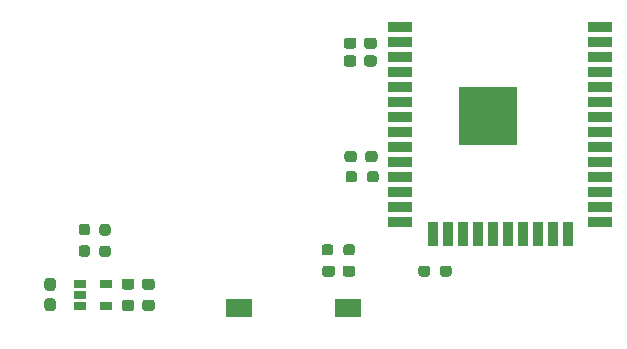
<source format=gbr>
%TF.GenerationSoftware,KiCad,Pcbnew,5.1.10*%
%TF.CreationDate,2021-06-08T01:23:06+10:00*%
%TF.ProjectId,mail-to-telegram,6d61696c-2d74-46f2-9d74-656c65677261,v1.0*%
%TF.SameCoordinates,Original*%
%TF.FileFunction,Paste,Top*%
%TF.FilePolarity,Positive*%
%FSLAX46Y46*%
G04 Gerber Fmt 4.6, Leading zero omitted, Abs format (unit mm)*
G04 Created by KiCad (PCBNEW 5.1.10) date 2021-06-08 01:23:06*
%MOMM*%
%LPD*%
G01*
G04 APERTURE LIST*
%ADD10R,2.180000X1.600000*%
%ADD11R,1.060000X0.650000*%
%ADD12R,2.000000X0.900000*%
%ADD13R,0.900000X2.000000*%
%ADD14R,5.000000X5.000000*%
G04 APERTURE END LIST*
%TO.C,R3*%
G36*
G01*
X148375000Y-101862500D02*
X148375000Y-102337500D01*
G75*
G02*
X148137500Y-102575000I-237500J0D01*
G01*
X147637500Y-102575000D01*
G75*
G02*
X147400000Y-102337500I0J237500D01*
G01*
X147400000Y-101862500D01*
G75*
G02*
X147637500Y-101625000I237500J0D01*
G01*
X148137500Y-101625000D01*
G75*
G02*
X148375000Y-101862500I0J-237500D01*
G01*
G37*
G36*
G01*
X150200000Y-101862500D02*
X150200000Y-102337500D01*
G75*
G02*
X149962500Y-102575000I-237500J0D01*
G01*
X149462500Y-102575000D01*
G75*
G02*
X149225000Y-102337500I0J237500D01*
G01*
X149225000Y-101862500D01*
G75*
G02*
X149462500Y-101625000I237500J0D01*
G01*
X149962500Y-101625000D01*
G75*
G02*
X150200000Y-101862500I0J-237500D01*
G01*
G37*
%TD*%
D10*
%TO.C,SW1*%
X140410000Y-107000000D03*
X149590000Y-107000000D03*
%TD*%
%TO.C,C6*%
G36*
G01*
X148512500Y-103662500D02*
X148512500Y-104137500D01*
G75*
G02*
X148275000Y-104375000I-237500J0D01*
G01*
X147675000Y-104375000D01*
G75*
G02*
X147437500Y-104137500I0J237500D01*
G01*
X147437500Y-103662500D01*
G75*
G02*
X147675000Y-103425000I237500J0D01*
G01*
X148275000Y-103425000D01*
G75*
G02*
X148512500Y-103662500I0J-237500D01*
G01*
G37*
G36*
G01*
X150237500Y-103662500D02*
X150237500Y-104137500D01*
G75*
G02*
X150000000Y-104375000I-237500J0D01*
G01*
X149400000Y-104375000D01*
G75*
G02*
X149162500Y-104137500I0J237500D01*
G01*
X149162500Y-103662500D01*
G75*
G02*
X149400000Y-103425000I237500J0D01*
G01*
X150000000Y-103425000D01*
G75*
G02*
X150237500Y-103662500I0J-237500D01*
G01*
G37*
%TD*%
D11*
%TO.C,U1*%
X129100000Y-104950000D03*
X129100000Y-106850000D03*
X126900000Y-106850000D03*
X126900000Y-105900000D03*
X126900000Y-104950000D03*
%TD*%
D12*
%TO.C,U2*%
X171000000Y-83245000D03*
X171000000Y-84515000D03*
X171000000Y-85785000D03*
X171000000Y-87055000D03*
X171000000Y-88325000D03*
X171000000Y-89595000D03*
X171000000Y-90865000D03*
X171000000Y-92135000D03*
X171000000Y-93405000D03*
X171000000Y-94675000D03*
X171000000Y-95945000D03*
X171000000Y-97215000D03*
X171000000Y-98485000D03*
X171000000Y-99755000D03*
D13*
X168215000Y-100755000D03*
X166945000Y-100755000D03*
X165675000Y-100755000D03*
X164405000Y-100755000D03*
X163135000Y-100755000D03*
X161865000Y-100755000D03*
X160595000Y-100755000D03*
X159325000Y-100755000D03*
X158055000Y-100755000D03*
X156785000Y-100755000D03*
D12*
X154000000Y-99755000D03*
X154000000Y-98485000D03*
X154000000Y-97215000D03*
X154000000Y-95945000D03*
X154000000Y-94675000D03*
X154000000Y-93405000D03*
X154000000Y-92135000D03*
X154000000Y-90865000D03*
X154000000Y-89595000D03*
X154000000Y-88325000D03*
X154000000Y-87055000D03*
X154000000Y-85785000D03*
X154000000Y-84515000D03*
X154000000Y-83245000D03*
D14*
X161500000Y-90745000D03*
%TD*%
%TO.C,R5*%
G36*
G01*
X151237500Y-96137500D02*
X151237500Y-95662500D01*
G75*
G02*
X151475000Y-95425000I237500J0D01*
G01*
X151975000Y-95425000D01*
G75*
G02*
X152212500Y-95662500I0J-237500D01*
G01*
X152212500Y-96137500D01*
G75*
G02*
X151975000Y-96375000I-237500J0D01*
G01*
X151475000Y-96375000D01*
G75*
G02*
X151237500Y-96137500I0J237500D01*
G01*
G37*
G36*
G01*
X149412500Y-96137500D02*
X149412500Y-95662500D01*
G75*
G02*
X149650000Y-95425000I237500J0D01*
G01*
X150150000Y-95425000D01*
G75*
G02*
X150387500Y-95662500I0J-237500D01*
G01*
X150387500Y-96137500D01*
G75*
G02*
X150150000Y-96375000I-237500J0D01*
G01*
X149650000Y-96375000D01*
G75*
G02*
X149412500Y-96137500I0J237500D01*
G01*
G37*
%TD*%
%TO.C,R4*%
G36*
G01*
X157412500Y-104137500D02*
X157412500Y-103662500D01*
G75*
G02*
X157650000Y-103425000I237500J0D01*
G01*
X158150000Y-103425000D01*
G75*
G02*
X158387500Y-103662500I0J-237500D01*
G01*
X158387500Y-104137500D01*
G75*
G02*
X158150000Y-104375000I-237500J0D01*
G01*
X157650000Y-104375000D01*
G75*
G02*
X157412500Y-104137500I0J237500D01*
G01*
G37*
G36*
G01*
X155587500Y-104137500D02*
X155587500Y-103662500D01*
G75*
G02*
X155825000Y-103425000I237500J0D01*
G01*
X156325000Y-103425000D01*
G75*
G02*
X156562500Y-103662500I0J-237500D01*
G01*
X156562500Y-104137500D01*
G75*
G02*
X156325000Y-104375000I-237500J0D01*
G01*
X155825000Y-104375000D01*
G75*
G02*
X155587500Y-104137500I0J237500D01*
G01*
G37*
%TD*%
%TO.C,R2*%
G36*
G01*
X128812500Y-101737500D02*
X129287500Y-101737500D01*
G75*
G02*
X129525000Y-101975000I0J-237500D01*
G01*
X129525000Y-102475000D01*
G75*
G02*
X129287500Y-102712500I-237500J0D01*
G01*
X128812500Y-102712500D01*
G75*
G02*
X128575000Y-102475000I0J237500D01*
G01*
X128575000Y-101975000D01*
G75*
G02*
X128812500Y-101737500I237500J0D01*
G01*
G37*
G36*
G01*
X128812500Y-99912500D02*
X129287500Y-99912500D01*
G75*
G02*
X129525000Y-100150000I0J-237500D01*
G01*
X129525000Y-100650000D01*
G75*
G02*
X129287500Y-100887500I-237500J0D01*
G01*
X128812500Y-100887500D01*
G75*
G02*
X128575000Y-100650000I0J237500D01*
G01*
X128575000Y-100150000D01*
G75*
G02*
X128812500Y-99912500I237500J0D01*
G01*
G37*
%TD*%
%TO.C,R1*%
G36*
G01*
X127537500Y-100862500D02*
X127062500Y-100862500D01*
G75*
G02*
X126825000Y-100625000I0J237500D01*
G01*
X126825000Y-100125000D01*
G75*
G02*
X127062500Y-99887500I237500J0D01*
G01*
X127537500Y-99887500D01*
G75*
G02*
X127775000Y-100125000I0J-237500D01*
G01*
X127775000Y-100625000D01*
G75*
G02*
X127537500Y-100862500I-237500J0D01*
G01*
G37*
G36*
G01*
X127537500Y-102687500D02*
X127062500Y-102687500D01*
G75*
G02*
X126825000Y-102450000I0J237500D01*
G01*
X126825000Y-101950000D01*
G75*
G02*
X127062500Y-101712500I237500J0D01*
G01*
X127537500Y-101712500D01*
G75*
G02*
X127775000Y-101950000I0J-237500D01*
G01*
X127775000Y-102450000D01*
G75*
G02*
X127537500Y-102687500I-237500J0D01*
G01*
G37*
%TD*%
%TO.C,D1*%
G36*
G01*
X150375000Y-93962500D02*
X150375000Y-94437500D01*
G75*
G02*
X150137500Y-94675000I-237500J0D01*
G01*
X149562500Y-94675000D01*
G75*
G02*
X149325000Y-94437500I0J237500D01*
G01*
X149325000Y-93962500D01*
G75*
G02*
X149562500Y-93725000I237500J0D01*
G01*
X150137500Y-93725000D01*
G75*
G02*
X150375000Y-93962500I0J-237500D01*
G01*
G37*
G36*
G01*
X152125000Y-93962500D02*
X152125000Y-94437500D01*
G75*
G02*
X151887500Y-94675000I-237500J0D01*
G01*
X151312500Y-94675000D01*
G75*
G02*
X151075000Y-94437500I0J237500D01*
G01*
X151075000Y-93962500D01*
G75*
G02*
X151312500Y-93725000I237500J0D01*
G01*
X151887500Y-93725000D01*
G75*
G02*
X152125000Y-93962500I0J-237500D01*
G01*
G37*
%TD*%
%TO.C,C5*%
G36*
G01*
X150337500Y-84362500D02*
X150337500Y-84837500D01*
G75*
G02*
X150100000Y-85075000I-237500J0D01*
G01*
X149500000Y-85075000D01*
G75*
G02*
X149262500Y-84837500I0J237500D01*
G01*
X149262500Y-84362500D01*
G75*
G02*
X149500000Y-84125000I237500J0D01*
G01*
X150100000Y-84125000D01*
G75*
G02*
X150337500Y-84362500I0J-237500D01*
G01*
G37*
G36*
G01*
X152062500Y-84362500D02*
X152062500Y-84837500D01*
G75*
G02*
X151825000Y-85075000I-237500J0D01*
G01*
X151225000Y-85075000D01*
G75*
G02*
X150987500Y-84837500I0J237500D01*
G01*
X150987500Y-84362500D01*
G75*
G02*
X151225000Y-84125000I237500J0D01*
G01*
X151825000Y-84125000D01*
G75*
G02*
X152062500Y-84362500I0J-237500D01*
G01*
G37*
%TD*%
%TO.C,C4*%
G36*
G01*
X150337500Y-85862500D02*
X150337500Y-86337500D01*
G75*
G02*
X150100000Y-86575000I-237500J0D01*
G01*
X149500000Y-86575000D01*
G75*
G02*
X149262500Y-86337500I0J237500D01*
G01*
X149262500Y-85862500D01*
G75*
G02*
X149500000Y-85625000I237500J0D01*
G01*
X150100000Y-85625000D01*
G75*
G02*
X150337500Y-85862500I0J-237500D01*
G01*
G37*
G36*
G01*
X152062500Y-85862500D02*
X152062500Y-86337500D01*
G75*
G02*
X151825000Y-86575000I-237500J0D01*
G01*
X151225000Y-86575000D01*
G75*
G02*
X150987500Y-86337500I0J237500D01*
G01*
X150987500Y-85862500D01*
G75*
G02*
X151225000Y-85625000I237500J0D01*
G01*
X151825000Y-85625000D01*
G75*
G02*
X152062500Y-85862500I0J-237500D01*
G01*
G37*
%TD*%
%TO.C,C3*%
G36*
G01*
X132187500Y-105237500D02*
X132187500Y-104762500D01*
G75*
G02*
X132425000Y-104525000I237500J0D01*
G01*
X133025000Y-104525000D01*
G75*
G02*
X133262500Y-104762500I0J-237500D01*
G01*
X133262500Y-105237500D01*
G75*
G02*
X133025000Y-105475000I-237500J0D01*
G01*
X132425000Y-105475000D01*
G75*
G02*
X132187500Y-105237500I0J237500D01*
G01*
G37*
G36*
G01*
X130462500Y-105237500D02*
X130462500Y-104762500D01*
G75*
G02*
X130700000Y-104525000I237500J0D01*
G01*
X131300000Y-104525000D01*
G75*
G02*
X131537500Y-104762500I0J-237500D01*
G01*
X131537500Y-105237500D01*
G75*
G02*
X131300000Y-105475000I-237500J0D01*
G01*
X130700000Y-105475000D01*
G75*
G02*
X130462500Y-105237500I0J237500D01*
G01*
G37*
%TD*%
%TO.C,C2*%
G36*
G01*
X132187500Y-107037500D02*
X132187500Y-106562500D01*
G75*
G02*
X132425000Y-106325000I237500J0D01*
G01*
X133025000Y-106325000D01*
G75*
G02*
X133262500Y-106562500I0J-237500D01*
G01*
X133262500Y-107037500D01*
G75*
G02*
X133025000Y-107275000I-237500J0D01*
G01*
X132425000Y-107275000D01*
G75*
G02*
X132187500Y-107037500I0J237500D01*
G01*
G37*
G36*
G01*
X130462500Y-107037500D02*
X130462500Y-106562500D01*
G75*
G02*
X130700000Y-106325000I237500J0D01*
G01*
X131300000Y-106325000D01*
G75*
G02*
X131537500Y-106562500I0J-237500D01*
G01*
X131537500Y-107037500D01*
G75*
G02*
X131300000Y-107275000I-237500J0D01*
G01*
X130700000Y-107275000D01*
G75*
G02*
X130462500Y-107037500I0J237500D01*
G01*
G37*
%TD*%
%TO.C,C1*%
G36*
G01*
X124162500Y-106212500D02*
X124637500Y-106212500D01*
G75*
G02*
X124875000Y-106450000I0J-237500D01*
G01*
X124875000Y-107050000D01*
G75*
G02*
X124637500Y-107287500I-237500J0D01*
G01*
X124162500Y-107287500D01*
G75*
G02*
X123925000Y-107050000I0J237500D01*
G01*
X123925000Y-106450000D01*
G75*
G02*
X124162500Y-106212500I237500J0D01*
G01*
G37*
G36*
G01*
X124162500Y-104487500D02*
X124637500Y-104487500D01*
G75*
G02*
X124875000Y-104725000I0J-237500D01*
G01*
X124875000Y-105325000D01*
G75*
G02*
X124637500Y-105562500I-237500J0D01*
G01*
X124162500Y-105562500D01*
G75*
G02*
X123925000Y-105325000I0J237500D01*
G01*
X123925000Y-104725000D01*
G75*
G02*
X124162500Y-104487500I237500J0D01*
G01*
G37*
%TD*%
M02*

</source>
